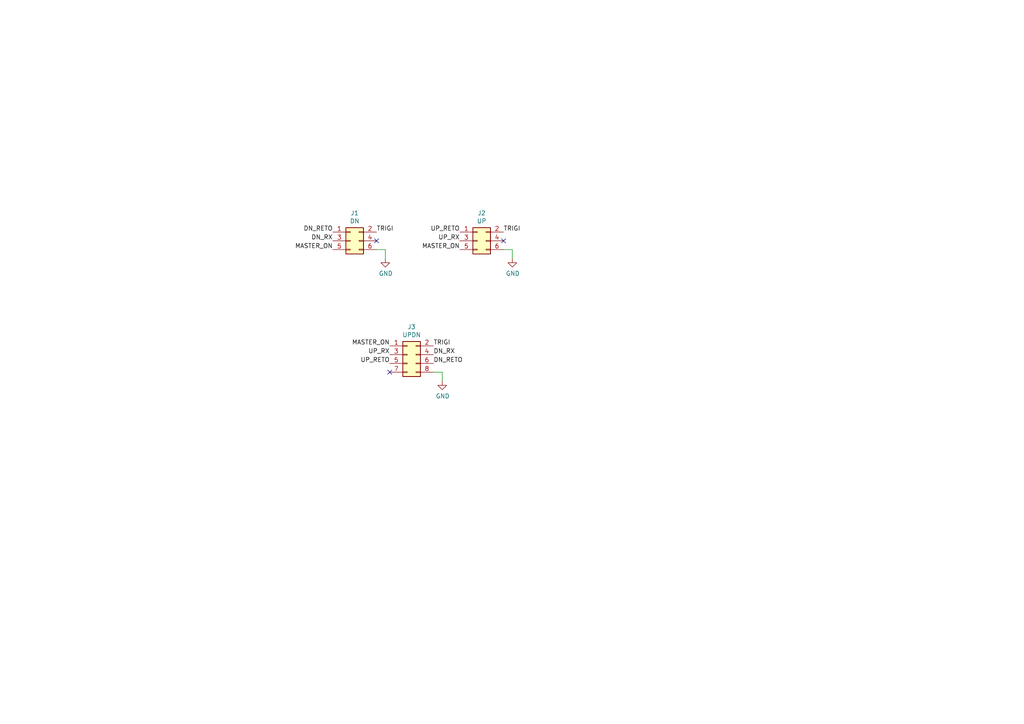
<source format=kicad_sch>
(kicad_sch (version 20211123) (generator eeschema)
  (paper "A4")
  (lib_symbols
    (symbol "Connector_Generic:Conn_02x03_Odd_Even" (pin_names (offset 1.016) hide)
      (property "Reference" "J" (at 1.27 5.08 0))
      (property "Value" "Conn_02x03_Odd_Even" (at 1.27 -5.08 0))
      (symbol "Conn_02x03_Odd_Even_1_1"
        (rectangle (start -1.27 -2.413) (end 0 -2.667) (stroke (width 0.1524)))
        (rectangle (start -1.27 0.127) (end 0 -0.127) (stroke (width 0.1524)))
        (rectangle (start -1.27 2.667) (end 0 2.413) (stroke (width 0.1524)))
        (rectangle (start -1.27 3.81) (end 3.81 -3.81) (stroke (width 0.254)) (fill (type background)))
        (rectangle (start 3.81 -2.413) (end 2.54 -2.667) (stroke (width 0.1524)))
        (rectangle (start 3.81 0.127) (end 2.54 -0.127) (stroke (width 0.1524)))
        (rectangle (start 3.81 2.667) (end 2.54 2.413) (stroke (width 0.1524)))
        (pin passive line (at -5.08 2.54 0) (length 3.81) (name "Pin_1") (number "1"))
        (pin passive line (at 7.62 2.54 180) (length 3.81) (name "Pin_2") (number "2"))
        (pin passive line (at -5.08 0 0) (length 3.81) (name "Pin_3") (number "3"))
        (pin passive line (at 7.62 0 180) (length 3.81) (name "Pin_4") (number "4"))
        (pin passive line (at -5.08 -2.54 0) (length 3.81) (name "Pin_5") (number "5"))
        (pin passive line (at 7.62 -2.54 180) (length 3.81) (name "Pin_6") (number "6"))
      )
    )
    (symbol "Connector_Generic:Conn_02x04_Odd_Even" (pin_names (offset 1.016) hide)
      (property "Reference" "J" (at 1.27 5.08 0))
      (property "Value" "Conn_02x04_Odd_Even" (at 1.27 -7.62 0))
      (symbol "Conn_02x04_Odd_Even_1_1"
        (rectangle (start -1.27 -4.953) (end 0 -5.207) (stroke (width 0.1524)))
        (rectangle (start -1.27 -2.413) (end 0 -2.667) (stroke (width 0.1524)))
        (rectangle (start -1.27 0.127) (end 0 -0.127) (stroke (width 0.1524)))
        (rectangle (start -1.27 2.667) (end 0 2.413) (stroke (width 0.1524)))
        (rectangle (start -1.27 3.81) (end 3.81 -6.35) (stroke (width 0.254)) (fill (type background)))
        (rectangle (start 3.81 -4.953) (end 2.54 -5.207) (stroke (width 0.1524)))
        (rectangle (start 3.81 -2.413) (end 2.54 -2.667) (stroke (width 0.1524)))
        (rectangle (start 3.81 0.127) (end 2.54 -0.127) (stroke (width 0.1524)))
        (rectangle (start 3.81 2.667) (end 2.54 2.413) (stroke (width 0.1524)))
        (pin passive line (at -5.08 2.54 0) (length 3.81) (name "Pin_1") (number "1"))
        (pin passive line (at 7.62 2.54 180) (length 3.81) (name "Pin_2") (number "2"))
        (pin passive line (at -5.08 0 0) (length 3.81) (name "Pin_3") (number "3"))
        (pin passive line (at 7.62 0 180) (length 3.81) (name "Pin_4") (number "4"))
        (pin passive line (at -5.08 -2.54 0) (length 3.81) (name "Pin_5") (number "5"))
        (pin passive line (at 7.62 -2.54 180) (length 3.81) (name "Pin_6") (number "6"))
        (pin passive line (at -5.08 -5.08 0) (length 3.81) (name "Pin_7") (number "7"))
        (pin passive line (at 7.62 -5.08 180) (length 3.81) (name "Pin_8") (number "8"))
      )
    )
    (symbol "power:GND" (power) (pin_names (offset 0))
      (property "Value" "GND" (at 0 -3.81 0))
      (symbol "GND_0_1"
        (polyline (pts (xy 0 0) (xy 0 -1.27) (xy 1.27 -1.27) (xy 0 -2.54) (xy -1.27 -1.27) (xy 0 -1.27)))
      )
      (symbol "GND_1_1"
        (pin power_in line (at 0 0 270) (length 0) hide (name "GND") (number "1"))
      )
    )
  )
  (no_connect (at 113.03 107.95))
  (no_connect (at 109.22 69.85))
  (no_connect (at 146.05 69.85))
  (wire (pts (xy 109.22 72.39) (xy 111.76 72.39)))
  (wire (pts (xy 148.59 72.39) (xy 148.59 74.93)))
  (wire (pts (xy 146.05 72.39) (xy 148.59 72.39)))
  (wire (pts (xy 125.73 107.95) (xy 128.27 107.95)))
  (wire (pts (xy 111.76 72.39) (xy 111.76 74.93)))
  (wire (pts (xy 128.27 107.95) (xy 128.27 110.49)))
  (label "UP_RETO" (at 113.03 105.41 180))
  (label "UP_RETO" (at 133.35 67.31 180))
  (label "TRIGI" (at 146.05 67.31 0))
  (label "DN_RX" (at 96.52 69.85 180))
  (label "MASTER_ON" (at 113.03 100.33 180))
  (label "MASTER_ON" (at 133.35 72.39 180))
  (label "UP_RX" (at 133.35 69.85 180))
  (label "MASTER_ON" (at 96.52 72.39 180))
  (label "TRIGI" (at 125.73 100.33 0))
  (label "DN_RETO" (at 96.52 67.31 180))
  (label "DN_RX" (at 125.73 102.87 0))
  (label "DN_RETO" (at 125.73 105.41 0))
  (label "TRIGI" (at 109.22 67.31 0))
  (label "UP_RX" (at 113.03 102.87 180))
  (symbol (lib_id "Connector_Generic:Conn_02x03_Odd_Even") (at 138.43 69.85 0) (unit 1)
    (property "Reference" "J2" (at 139.7 61.7982 0))
    (property "Value" "UP" (at 139.7 64.1096 0))
    (property "Footprint" "Connector_PinSocket_2.54mm:PinSocket_2x03_P2.54mm_Vertical" (effects hide))
    (property "MPN" "DS1023-2*3SF11" (effects hide))
    (property "Manufacturer" "CONNFLY Elec" (effects hide))
  )
  (symbol (lib_id "Connector_Generic:Conn_02x03_Odd_Even") (at 101.6 69.85 0) (unit 1)
    (property "Reference" "J1" (at 102.87 61.7982 0))
    (property "Value" "DN" (at 102.87 64.1096 0))
    (property "Footprint" "Connector_PinSocket_2.54mm:PinSocket_2x03_P2.54mm_Vertical" (effects hide))
    (property "MPN" "DS1023-2*3SF11" (effects hide))
    (property "Manufacturer" "CONNFLY Elec" (effects hide))
  )
  (symbol (lib_id "power:GND") (at 148.59 74.93 0) (unit 1)
    (property "Reference" "#PWR02" (effects hide))
    (property "Value" "GND" (at 148.717 79.3242 0))
  )
  (symbol (lib_id "power:GND") (at 111.76 74.93 0) (unit 1)
    (property "Reference" "#PWR01" (effects hide))
    (property "Value" "GND" (at 111.887 79.3242 0))
  )
  (symbol (lib_id "Connector_Generic:Conn_02x04_Odd_Even") (at 118.11 102.87 0) (unit 1)
    (property "Reference" "J3" (at 119.38 94.8182 0))
    (property "Value" "UPDN" (at 119.38 97.1296 0))
    (property "Footprint" "Connector_PinHeader_2.54mm:PinHeader_2x04_P2.54mm_Vertical" (effects hide))
    (property "MPN" "B-2100S08P-B110" (effects hide))
    (property "Manufacturer" "Ckmtw(Shenzhen Cankemeng)" (effects hide))
  )
  (symbol (lib_id "power:GND") (at 128.27 110.49 0) (unit 1)
    (property "Reference" "#PWR03" (effects hide))
    (property "Value" "GND" (at 128.397 114.8842 0))
  )
)
</source>
